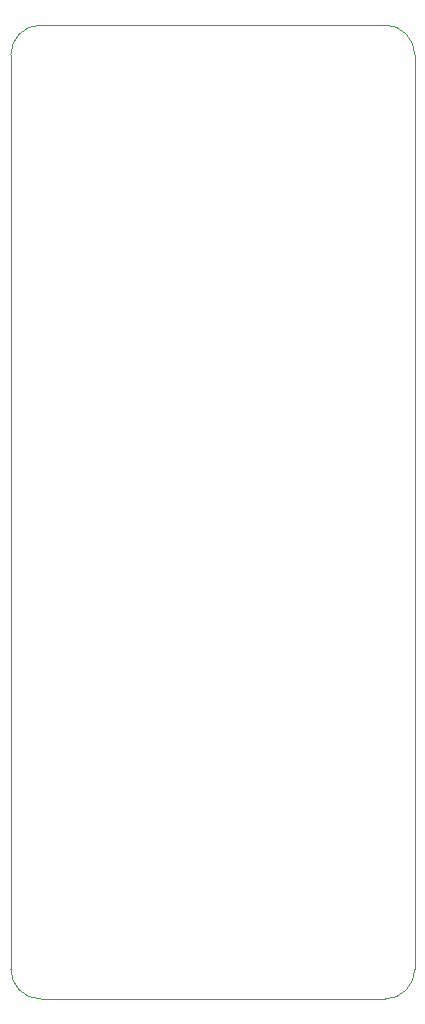
<source format=gbr>
%TF.GenerationSoftware,KiCad,Pcbnew,(5.1.10)-1*%
%TF.CreationDate,2021-12-02T15:45:15+11:00*%
%TF.ProjectId,BKM-10Rp2040,424b4d2d-3130-4527-9032-3034302e6b69,rev?*%
%TF.SameCoordinates,Original*%
%TF.FileFunction,Profile,NP*%
%FSLAX46Y46*%
G04 Gerber Fmt 4.6, Leading zero omitted, Abs format (unit mm)*
G04 Created by KiCad (PCBNEW (5.1.10)-1) date 2021-12-02 15:45:15*
%MOMM*%
%LPD*%
G01*
G04 APERTURE LIST*
%TA.AperFunction,Profile*%
%ADD10C,0.100000*%
%TD*%
G04 APERTURE END LIST*
D10*
X144780000Y-63500000D02*
X144780000Y-140970000D01*
X142240000Y-60960000D02*
G75*
G02*
X144780000Y-63500000I0J-2540000D01*
G01*
X144780000Y-140970000D02*
G75*
G02*
X142240000Y-143510000I-2540000J0D01*
G01*
X113030000Y-143510000D02*
G75*
G02*
X110490000Y-140970000I0J2540000D01*
G01*
X110490000Y-63500000D02*
G75*
G02*
X113030000Y-60960000I2540000J0D01*
G01*
X113030000Y-60960000D02*
X142240000Y-60960000D01*
X110490000Y-140970000D02*
X110490000Y-63500000D01*
X142240000Y-143510000D02*
X113030000Y-143510000D01*
M02*

</source>
